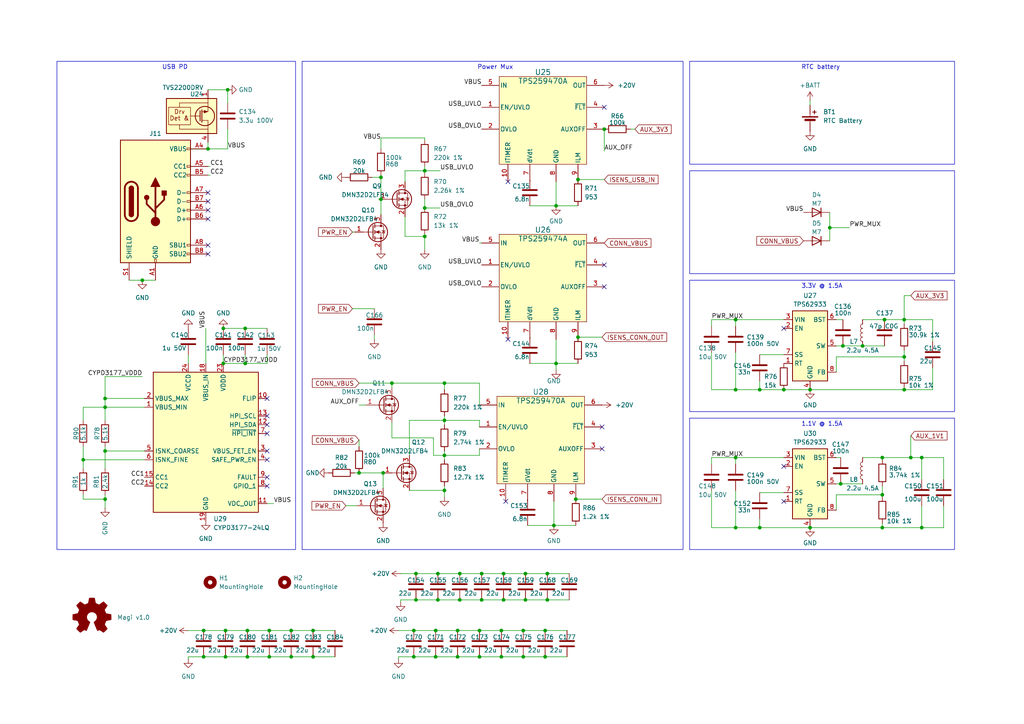
<source format=kicad_sch>
(kicad_sch (version 20231120) (generator "eeschema") (generator_version "8.0")
  (paper "A4")
  (junction (at 234.95 153.035))
  (junction (at 104.14 137.16))
  (junction (at 41.275 81.28))
  (junction (at 123.19 60.325))
  (junction (at 213.36 113.03))
  (junction (at 65.405 190.5))
  (junction (at 120.65 166.37))
  (junction (at 128.905 111.125))
  (junction (at 123.19 68.58))
  (junction (at 71.12 95.25))
  (junction (at 132.715 182.88))
  (junction (at 267.335 153.035))
  (junction (at 126.365 182.88))
  (junction (at 152.4 166.37))
  (junction (at 267.335 132.715))
  (junction (at 120.65 173.99))
  (junction (at 158.115 190.5))
  (junction (at 158.75 166.37))
  (junction (at 110.49 51.435))
  (junction (at 128.905 142.24))
  (junction (at 90.805 190.5))
  (junction (at 262.255 103.505))
  (junction (at 160.655 152.4))
  (junction (at 128.905 132.08))
  (junction (at 128.905 121.92))
  (junction (at 146.05 173.99))
  (junction (at 220.345 153.035))
  (junction (at 132.715 190.5))
  (junction (at 145.415 190.5))
  (junction (at 146.05 166.37))
  (junction (at 71.755 190.5))
  (junction (at 126.365 190.5))
  (junction (at 256.54 92.71))
  (junction (at 30.48 130.81))
  (junction (at 133.35 173.99))
  (junction (at 139.065 182.88))
  (junction (at 120.015 182.88))
  (junction (at 90.805 182.88))
  (junction (at 71.12 105.41))
  (junction (at 139.065 190.5))
  (junction (at 234.95 113.03))
  (junction (at 78.105 190.5))
  (junction (at 167.64 52.07))
  (junction (at 30.48 144.78))
  (junction (at 111.125 137.16))
  (junction (at 213.36 153.035))
  (junction (at 255.905 153.035))
  (junction (at 158.115 182.88))
  (junction (at 243.84 140.335))
  (junction (at 151.765 190.5))
  (junction (at 84.455 190.5))
  (junction (at 64.77 95.25))
  (junction (at 158.75 173.99))
  (junction (at 213.36 92.71))
  (junction (at 64.77 105.41))
  (junction (at 264.16 132.715))
  (junction (at 227.33 113.03))
  (junction (at 60.325 43.18))
  (junction (at 167.64 97.79))
  (junction (at 127 166.37))
  (junction (at 213.36 132.715))
  (junction (at 255.905 132.715))
  (junction (at 262.255 92.71))
  (junction (at 84.455 182.88))
  (junction (at 139.7 173.99))
  (junction (at 175.26 37.465))
  (junction (at 133.35 166.37))
  (junction (at 240.665 66.04))
  (junction (at 123.19 49.53))
  (junction (at 59.055 190.5))
  (junction (at 30.48 118.11))
  (junction (at 220.345 113.03))
  (junction (at 59.055 182.88))
  (junction (at 145.415 182.88))
  (junction (at 152.4 173.99))
  (junction (at 250.19 100.33))
  (junction (at 78.105 182.88))
  (junction (at 71.755 182.88))
  (junction (at 127 173.99))
  (junction (at 161.29 59.69))
  (junction (at 30.48 115.57))
  (junction (at 113.665 111.125))
  (junction (at 110.49 57.785))
  (junction (at 65.405 182.88))
  (junction (at 167.005 144.78))
  (junction (at 161.29 105.41))
  (junction (at 255.905 143.51))
  (junction (at 244.475 100.33))
  (junction (at 66.04 26.035))
  (junction (at 139.7 166.37))
  (junction (at 151.765 182.88))
  (junction (at 24.13 133.35))
  (junction (at 120.015 190.5))
  (junction (at 262.255 113.03))
  (no_connect (at 77.47 125.73))
  (no_connect (at 77.47 130.81))
  (no_connect (at 60.325 63.5))
  (no_connect (at 227.33 145.415))
  (no_connect (at 147.32 98.425))
  (no_connect (at 77.47 115.57))
  (no_connect (at 175.26 76.835))
  (no_connect (at 147.32 52.705))
  (no_connect (at 77.47 140.97))
  (no_connect (at 227.33 135.255))
  (no_connect (at 175.26 31.115))
  (no_connect (at 60.325 58.42))
  (no_connect (at 175.26 83.185))
  (no_connect (at 60.325 71.12))
  (no_connect (at 146.685 145.415))
  (no_connect (at 77.47 123.19))
  (no_connect (at 60.325 55.88))
  (no_connect (at 77.47 138.43))
  (no_connect (at 60.325 73.66))
  (no_connect (at 77.47 133.35))
  (no_connect (at 174.625 123.825))
  (no_connect (at 60.325 60.96))
  (no_connect (at 227.33 95.25))
  (no_connect (at 174.625 130.175))
  (no_connect (at 77.47 120.65))
  (wire (pts (xy 127 173.99) (xy 133.35 173.99)))
  (wire (pts (xy 59.69 95.25) (xy 59.69 105.41)))
  (wire (pts (xy 167.64 52.07) (xy 167.64 52.705)))
  (wire (pts (xy 66.04 26.035) (xy 66.04 29.845)))
  (wire (pts (xy 30.48 118.11) (xy 30.48 121.92)))
  (wire (pts (xy 90.805 190.5) (xy 97.155 190.5)))
  (wire (pts (xy 153.67 59.69) (xy 161.29 59.69)))
  (wire (pts (xy 128.905 140.97) (xy 128.905 142.24)))
  (wire (pts (xy 213.36 113.03) (xy 220.345 113.03)))
  (wire (pts (xy 151.765 190.5) (xy 158.115 190.5)))
  (wire (pts (xy 84.455 182.88) (xy 90.805 182.88)))
  (wire (pts (xy 139.7 173.99) (xy 146.05 173.99)))
  (wire (pts (xy 102.235 67.31) (xy 102.87 67.31)))
  (wire (pts (xy 128.905 121.92) (xy 139.065 121.92)))
  (wire (pts (xy 55.245 43.18) (xy 60.325 43.18)))
  (wire (pts (xy 128.905 121.92) (xy 128.905 123.19)))
  (wire (pts (xy 123.19 72.39) (xy 123.19 68.58)))
  (wire (pts (xy 264.16 126.365) (xy 264.16 132.715)))
  (wire (pts (xy 116.205 166.37) (xy 120.65 166.37)))
  (wire (pts (xy 244.475 100.33) (xy 250.19 100.33)))
  (wire (pts (xy 152.4 166.37) (xy 158.75 166.37)))
  (wire (pts (xy 104.14 127.635) (xy 104.14 129.54)))
  (wire (pts (xy 123.19 67.945) (xy 123.19 68.58)))
  (wire (pts (xy 240.665 66.04) (xy 240.665 69.85)))
  (wire (pts (xy 161.29 105.41) (xy 167.64 105.41)))
  (wire (pts (xy 128.905 132.08) (xy 128.905 133.35)))
  (wire (pts (xy 220.345 102.87) (xy 227.33 102.87)))
  (wire (pts (xy 256.54 92.71) (xy 262.255 92.71)))
  (wire (pts (xy 227.33 113.03) (xy 234.95 113.03)))
  (wire (pts (xy 262.255 103.505) (xy 262.255 101.6)))
  (wire (pts (xy 139.065 117.475) (xy 139.065 111.125)))
  (wire (pts (xy 104.14 137.16) (xy 111.125 137.16)))
  (wire (pts (xy 24.13 133.35) (xy 24.13 135.89)))
  (wire (pts (xy 60.325 43.18) (xy 66.04 43.18)))
  (wire (pts (xy 139.065 182.88) (xy 145.415 182.88)))
  (wire (pts (xy 65.405 182.88) (xy 71.755 182.88)))
  (wire (pts (xy 242.57 103.505) (xy 262.255 103.505)))
  (wire (pts (xy 158.75 166.37) (xy 165.1 166.37)))
  (wire (pts (xy 206.375 153.035) (xy 213.36 153.035)))
  (wire (pts (xy 153.67 105.41) (xy 161.29 105.41)))
  (wire (pts (xy 71.755 190.5) (xy 78.105 190.5)))
  (wire (pts (xy 30.48 109.22) (xy 41.275 109.22)))
  (wire (pts (xy 270.51 99.06) (xy 270.51 92.71)))
  (wire (pts (xy 250.19 100.33) (xy 256.54 100.33)))
  (wire (pts (xy 77.47 102.87) (xy 77.47 105.41)))
  (wire (pts (xy 108.585 89.535) (xy 102.235 89.535)))
  (wire (pts (xy 160.655 145.415) (xy 160.655 152.4)))
  (wire (pts (xy 139.7 166.37) (xy 146.05 166.37)))
  (wire (pts (xy 255.905 133.35) (xy 255.905 132.715)))
  (wire (pts (xy 213.36 132.715) (xy 206.375 132.715)))
  (wire (pts (xy 220.345 113.03) (xy 227.33 113.03)))
  (wire (pts (xy 220.345 142.875) (xy 227.33 142.875)))
  (wire (pts (xy 234.95 153.035) (xy 255.905 153.035)))
  (wire (pts (xy 104.14 111.125) (xy 113.665 111.125)))
  (wire (pts (xy 240.665 66.04) (xy 246.38 66.04)))
  (wire (pts (xy 267.335 139.065) (xy 267.335 132.715)))
  (wire (pts (xy 110.49 40.005) (xy 110.49 43.18)))
  (wire (pts (xy 30.48 144.78) (xy 30.48 147.32)))
  (wire (pts (xy 113.665 111.125) (xy 128.905 111.125)))
  (wire (pts (xy 60.325 26.035) (xy 66.04 26.035)))
  (wire (pts (xy 146.05 173.99) (xy 152.4 173.99)))
  (wire (pts (xy 111.125 137.16) (xy 111.125 141.605)))
  (wire (pts (xy 273.685 153.035) (xy 267.335 153.035)))
  (wire (pts (xy 24.13 144.78) (xy 30.48 144.78)))
  (wire (pts (xy 117.475 62.865) (xy 117.475 68.58)))
  (wire (pts (xy 60.96 48.26) (xy 60.325 48.26)))
  (wire (pts (xy 242.57 100.33) (xy 244.475 100.33)))
  (wire (pts (xy 158.75 173.99) (xy 165.1 173.99)))
  (wire (pts (xy 158.115 190.5) (xy 164.465 190.5)))
  (wire (pts (xy 270.51 113.03) (xy 262.255 113.03)))
  (wire (pts (xy 242.57 143.51) (xy 255.905 143.51)))
  (wire (pts (xy 132.715 190.5) (xy 139.065 190.5)))
  (wire (pts (xy 90.805 182.88) (xy 97.155 182.88)))
  (wire (pts (xy 78.105 182.88) (xy 84.455 182.88)))
  (wire (pts (xy 213.36 102.235) (xy 213.36 113.03)))
  (wire (pts (xy 118.745 121.92) (xy 118.745 132.08)))
  (wire (pts (xy 206.375 92.71) (xy 206.375 94.615)))
  (wire (pts (xy 161.29 59.69) (xy 167.64 59.69)))
  (wire (pts (xy 71.12 102.87) (xy 71.12 105.41)))
  (wire (pts (xy 167.005 144.78) (xy 167.005 145.415)))
  (wire (pts (xy 65.405 190.5) (xy 71.755 190.5)))
  (wire (pts (xy 123.19 49.53) (xy 127.635 49.53)))
  (wire (pts (xy 161.29 105.41) (xy 161.29 107.315)))
  (wire (pts (xy 220.345 110.49) (xy 220.345 113.03)))
  (wire (pts (xy 128.905 111.125) (xy 139.065 111.125)))
  (wire (pts (xy 145.415 182.88) (xy 151.765 182.88)))
  (wire (pts (xy 273.685 132.715) (xy 267.335 132.715)))
  (wire (pts (xy 213.36 92.71) (xy 227.33 92.71)))
  (wire (pts (xy 250.19 132.715) (xy 255.905 132.715)))
  (wire (pts (xy 273.685 146.685) (xy 273.685 153.035)))
  (wire (pts (xy 175.26 37.465) (xy 175.26 43.815)))
  (wire (pts (xy 118.745 142.24) (xy 128.905 142.24)))
  (wire (pts (xy 54.61 182.88) (xy 59.055 182.88)))
  (wire (pts (xy 262.255 104.775) (xy 262.255 103.505)))
  (wire (pts (xy 66.04 37.465) (xy 66.04 43.18)))
  (wire (pts (xy 30.48 129.54) (xy 30.48 130.81)))
  (wire (pts (xy 24.13 133.35) (xy 41.91 133.35)))
  (wire (pts (xy 71.12 105.41) (xy 64.77 105.41)))
  (wire (pts (xy 64.77 102.87) (xy 64.77 105.41)))
  (wire (pts (xy 167.64 97.79) (xy 174.625 97.79)))
  (wire (pts (xy 64.77 95.25) (xy 71.12 95.25)))
  (wire (pts (xy 77.47 105.41) (xy 71.12 105.41)))
  (wire (pts (xy 79.375 146.05) (xy 77.47 146.05)))
  (wire (pts (xy 206.375 113.03) (xy 213.36 113.03)))
  (wire (pts (xy 30.48 143.51) (xy 30.48 144.78)))
  (wire (pts (xy 120.65 173.99) (xy 127 173.99)))
  (wire (pts (xy 206.375 102.235) (xy 206.375 113.03)))
  (wire (pts (xy 139.065 123.825) (xy 139.065 121.92)))
  (wire (pts (xy 270.51 92.71) (xy 262.255 92.71)))
  (wire (pts (xy 128.905 130.81) (xy 128.905 132.08)))
  (wire (pts (xy 115.57 190.5) (xy 120.015 190.5)))
  (wire (pts (xy 71.755 182.88) (xy 78.105 182.88)))
  (wire (pts (xy 30.48 130.81) (xy 41.91 130.81)))
  (wire (pts (xy 108.585 97.155) (xy 108.585 98.425)))
  (wire (pts (xy 262.255 113.03) (xy 262.255 112.395)))
  (wire (pts (xy 54.61 190.5) (xy 59.055 190.5)))
  (wire (pts (xy 151.765 182.88) (xy 158.115 182.88)))
  (wire (pts (xy 123.19 48.26) (xy 123.19 49.53)))
  (wire (pts (xy 153.67 97.79) (xy 153.67 98.425)))
  (wire (pts (xy 213.36 92.71) (xy 213.36 94.615)))
  (wire (pts (xy 139.065 130.175) (xy 139.065 132.08)))
  (wire (pts (xy 115.57 182.88) (xy 120.015 182.88)))
  (wire (pts (xy 264.16 85.725) (xy 262.255 85.725)))
  (wire (pts (xy 240.665 61.595) (xy 240.665 66.04)))
  (wire (pts (xy 60.96 50.8) (xy 60.325 50.8)))
  (wire (pts (xy 145.415 190.5) (xy 151.765 190.5)))
  (wire (pts (xy 120.015 182.88) (xy 126.365 182.88)))
  (wire (pts (xy 242.57 107.95) (xy 242.57 103.505)))
  (wire (pts (xy 128.905 120.65) (xy 128.905 121.92)))
  (wire (pts (xy 264.16 132.715) (xy 255.905 132.715)))
  (wire (pts (xy 30.48 135.89) (xy 30.48 130.81)))
  (wire (pts (xy 54.61 105.41) (xy 54.61 102.87)))
  (wire (pts (xy 104.14 117.475) (xy 106.045 117.475)))
  (wire (pts (xy 127 166.37) (xy 133.35 166.37)))
  (wire (pts (xy 102.87 137.16) (xy 104.14 137.16)))
  (wire (pts (xy 167.64 52.07) (xy 175.26 52.07)))
  (wire (pts (xy 123.19 57.785) (xy 123.19 60.325)))
  (wire (pts (xy 117.475 52.705) (xy 117.475 49.53)))
  (wire (pts (xy 243.84 140.335) (xy 250.19 140.335)))
  (wire (pts (xy 78.105 190.5) (xy 84.455 190.5)))
  (wire (pts (xy 30.48 115.57) (xy 41.91 115.57)))
  (wire (pts (xy 262.255 85.725) (xy 262.255 92.71)))
  (wire (pts (xy 234.95 29.21) (xy 234.95 30.48)))
  (wire (pts (xy 139.065 70.485) (xy 139.7 70.485)))
  (wire (pts (xy 41.275 81.28) (xy 37.465 81.28)))
  (wire (pts (xy 133.35 166.37) (xy 139.7 166.37)))
  (wire (pts (xy 113.665 127) (xy 125.73 127)))
  (wire (pts (xy 24.13 118.11) (xy 30.48 118.11)))
  (wire (pts (xy 153.035 144.78) (xy 153.035 145.415)))
  (wire (pts (xy 220.345 153.035) (xy 234.95 153.035)))
  (wire (pts (xy 158.115 182.88) (xy 164.465 182.88)))
  (wire (pts (xy 117.475 68.58) (xy 123.19 68.58)))
  (wire (pts (xy 59.055 190.5) (xy 65.405 190.5)))
  (wire (pts (xy 59.055 182.88) (xy 65.405 182.88)))
  (wire (pts (xy 206.375 142.24) (xy 206.375 153.035)))
  (wire (pts (xy 152.4 173.99) (xy 158.75 173.99)))
  (wire (pts (xy 213.36 132.715) (xy 213.36 134.62)))
  (wire (pts (xy 206.375 132.715) (xy 206.375 134.62)))
  (wire (pts (xy 213.36 142.24) (xy 213.36 153.035)))
  (wire (pts (xy 242.57 147.955) (xy 242.57 143.51)))
  (wire (pts (xy 100.33 146.685) (xy 103.505 146.685)))
  (wire (pts (xy 133.35 173.99) (xy 139.7 173.99)))
  (wire (pts (xy 126.365 182.88) (xy 132.715 182.88)))
  (wire (pts (xy 139.065 190.5) (xy 145.415 190.5)))
  (wire (pts (xy 220.345 150.495) (xy 220.345 153.035)))
  (wire (pts (xy 54.61 190.5) (xy 54.61 191.135)))
  (wire (pts (xy 115.57 190.5) (xy 115.57 191.135)))
  (wire (pts (xy 267.335 132.715) (xy 264.16 132.715)))
  (wire (pts (xy 41.275 81.28) (xy 45.085 81.28)))
  (wire (pts (xy 242.57 132.715) (xy 243.84 132.715)))
  (wire (pts (xy 117.475 49.53) (xy 123.19 49.53)))
  (wire (pts (xy 123.19 40.005) (xy 123.19 40.64)))
  (wire (pts (xy 116.205 173.99) (xy 120.65 173.99)))
  (wire (pts (xy 255.905 143.51) (xy 255.905 140.97)))
  (wire (pts (xy 234.95 113.03) (xy 262.255 113.03)))
  (wire (pts (xy 128.905 142.24) (xy 128.905 144.145)))
  (wire (pts (xy 167.64 97.79) (xy 167.64 98.425)))
  (wire (pts (xy 213.36 132.715) (xy 227.33 132.715)))
  (wire (pts (xy 120.65 166.37) (xy 127 166.37)))
  (wire (pts (xy 120.015 190.5) (xy 126.365 190.5)))
  (wire (pts (xy 24.13 121.92) (xy 24.13 118.11)))
  (wire (pts (xy 125.73 132.08) (xy 128.905 132.08)))
  (wire (pts (xy 30.48 115.57) (xy 30.48 118.11)))
  (wire (pts (xy 77.47 95.25) (xy 71.12 95.25)))
  (wire (pts (xy 255.905 153.035) (xy 255.905 151.765)))
  (wire (pts (xy 267.335 153.035) (xy 255.905 153.035)))
  (wire (pts (xy 267.335 146.685) (xy 267.335 153.035)))
  (wire (pts (xy 146.05 166.37) (xy 152.4 166.37)))
  (wire (pts (xy 126.365 190.5) (xy 132.715 190.5)))
  (wire (pts (xy 262.255 93.98) (xy 262.255 92.71)))
  (wire (pts (xy 242.57 140.335) (xy 243.84 140.335)))
  (wire (pts (xy 60.325 41.275) (xy 60.325 43.18)))
  (wire (pts (xy 107.95 51.435) (xy 110.49 51.435)))
  (wire (pts (xy 213.36 92.71) (xy 206.375 92.71)))
  (wire (pts (xy 132.715 182.88) (xy 139.065 182.88)))
  (wire (pts (xy 161.29 52.705) (xy 161.29 59.69)))
  (wire (pts (xy 113.665 112.395) (xy 113.665 111.125)))
  (wire (pts (xy 128.905 111.125) (xy 128.905 113.03)))
  (wire (pts (xy 84.455 190.5) (xy 90.805 190.5)))
  (wire (pts (xy 116.205 173.99) (xy 116.205 174.625)))
  (wire (pts (xy 110.49 51.435) (xy 110.49 57.785)))
  (wire (pts (xy 118.745 121.92) (xy 128.905 121.92)))
  (wire (pts (xy 123.19 49.53) (xy 123.19 50.165)))
  (wire (pts (xy 24.13 129.54) (xy 24.13 133.35)))
  (wire (pts (xy 128.905 132.08) (xy 139.065 132.08)))
  (wire (pts (xy 184.15 37.465) (xy 182.88 37.465)))
  (wire (pts (xy 110.49 40.005) (xy 123.19 40.005)))
  (wire (pts (xy 30.48 109.22) (xy 30.48 115.57)))
  (wire (pts (xy 273.685 139.065) (xy 273.685 132.715)))
  (wire (pts (xy 270.51 106.68) (xy 270.51 113.03)))
  (wire (pts (xy 250.19 92.71) (xy 256.54 92.71)))
  (wire (pts (xy 153.035 152.4) (xy 160.655 152.4)))
  (wire (pts (xy 110.49 50.8) (xy 110.49 51.435)))
  (wire (pts (xy 167.005 144.78) (xy 174.625 144.78)))
  (wire (pts (xy 125.73 127) (xy 125.73 132.08)))
  (wire (pts (xy 123.19 60.325) (xy 127.635 60.325)))
  (wire (pts (xy 109.855 57.785) (xy 110.49 57.785)))
  (wire (pts (xy 24.13 143.51) (xy 24.13 144.78)))
  (wire (pts (xy 161.29 98.425) (xy 161.29 105.41)))
  (wire (pts (xy 113.665 122.555) (xy 113.665 127)))
  (wire (pts (xy 255.905 144.145) (xy 255.905 143.51)))
  (wire (pts (xy 153.67 52.07) (xy 153.67 52.705)))
  (wire (pts (xy 110.49 57.785) (xy 110.49 62.23)))
  (wire (pts (xy 160.655 152.4) (xy 167.005 152.4)))
  (wire (pts (xy 242.57 92.71) (xy 244.475 92.71)))
  (wire (pts (xy 30.48 118.11) (xy 41.91 118.11)))
  (wire (pts (xy 213.36 153.035) (xy 220.345 153.035)))
  (rectangle (start 200.025 17.78) (end 276.86 47.625))
  (rectangle (start 200.025 81.28) (end 276.86 119.38))
  (rectangle (start 16.51 17.78) (end 85.725 159.385))
  (rectangle (start 87.63 17.78) (end 198.12 159.385))
  (rectangle (start 200.025 121.285) (end 276.86 159.385))
  (rectangle (start 200.025 49.53) (end 276.86 79.375))
  (text "Power Mux" (at 138.43 20.32 0) (effects (font (size 1.27 1.27)) (justify left bottom)))
  (text "3.3V @ 1.5A" (at 232.41 83.82 0) (effects (font (size 1.27 1.27)) (justify left bottom)))
  (text "RTC battery" (at 232.41 20.32 0) (effects (font (size 1.27 1.27)) (justify left bottom)))
  (text "1.1V @ 1.5A" (at 232.41 123.825 0) (effects (font (size 1.27 1.27)) (justify left bottom)))
  (text "USB PD" (at 46.99 20.32 0) (effects (font (size 1.27 1.27)) (justify left bottom)))
  (label "PWR_MUX" (at 246.38 66.04 0))
  (label "CC2" (at 41.91 140.97 180))
  (label "VBUS" (at 79.375 146.05 0))
  (label "PWR_MUX" (at 206.375 132.715 0))
  (label "CYPD3177_VDDD" (at 64.77 105.41 0))
  (label "USB_OVLO" (at 127.635 60.325 0))
  (label "VBUS" (at 59.69 95.25 90))
  (label "USB_UVLO" (at 139.7 76.835 180))
  (label "USB_UVLO" (at 139.7 31.115 180))
  (label "AUX_OFF" (at 175.26 43.815 0))
  (label "VBUS" (at 139.065 70.485 180))
  (label "AUX_OFF" (at 104.14 117.475 180))
  (label "VBUS" (at 139.7 24.765 180))
  (label "PWR_MUX" (at 206.375 92.71 0))
  (label "CYPD3177_VDDD" (at 41.275 109.22 180))
  (label "VBUS" (at 66.04 43.18 0))
  (label "CC1" (at 60.96 48.26 0))
  (label "CC1" (at 41.91 138.43 180))
  (label "CC2" (at 60.96 50.8 0))
  (label "VBUS" (at 233.045 61.595 180))
  (label "VBUS" (at 110.49 40.64 180))
  (label "USB_OVLO" (at 139.7 83.185 180))
  (label "USB_UVLO" (at 127.635 49.53 0))
  (label "USB_OVLO" (at 139.7 37.465 180))
  (global_label "PWR_EN" (shape input) (at 102.235 67.31 180) (property "Intersheetrefs" "${INTERSHEET_REFS}" (effects (hide yes))))
  (global_label "ISENS_CONN_OUT" (shape input) (at 174.625 97.79 0) (property "Intersheetrefs" "${INTERSHEET_REFS}" (effects (hide yes))))
  (global_label "AUX_3V3" (shape input) (at 184.15 37.465 0) (property "Intersheetrefs" "${INTERSHEET_REFS}" (effects (hide yes))))
  (global_label "PWR_EN" (shape input) (at 102.235 89.535 180) (property "Intersheetrefs" "${INTERSHEET_REFS}" (effects (hide yes))))
  (global_label "CONN_VBUS" (shape input) (at 233.045 69.85 180) (property "Intersheetrefs" "${INTERSHEET_REFS}" (effects (hide yes))))
  (global_label "CONN_VBUS" (shape input) (at 175.26 70.485 0) (property "Intersheetrefs" "${INTERSHEET_REFS}" (effects (hide yes))))
  (global_label "ISENS_USB_IN" (shape input) (at 175.26 52.07 0) (property "Intersheetrefs" "${INTERSHEET_REFS}" (effects (hide yes))))
  (global_label "CONN_VBUS" (shape input) (at 104.14 127.635 180) (property "Intersheetrefs" "${INTERSHEET_REFS}" (effects (hide yes))))
  (global_label "AUX_3V3" (shape input) (at 264.16 85.725 0) (property "Intersheetrefs" "${INTERSHEET_REFS}" (effects (hide yes))))
  (global_label "ISENS_CONN_IN" (shape input) (at 174.625 144.78 0) (property "Intersheetrefs" "${INTERSHEET_REFS}" (effects (hide yes))))
  (global_label "CONN_VBUS" (shape input) (at 104.14 111.125 180) (property "Intersheetrefs" "${INTERSHEET_REFS}" (effects (hide yes))))
  (global_label "PWR_EN" (shape input) (at 100.33 146.685 180) (property "Intersheetrefs" "${INTERSHEET_REFS}" (effects (hide yes))))
  (global_label "AUX_1V1" (shape input) (at 264.16 126.365 0) (property "Intersheetrefs" "${INTERSHEET_REFS}" (effects (hide yes))))
  (symbol (lib_id "Device:C") (at 59.055 186.69 0) (unit 1)
    (property "Reference" "C178" (at 56.515 184.785 0) (effects (justify left)))
    (property "Value" "22u" (at 53.975 188.595 0) (effects (justify left)))
    (property "Footprint" "Capacitor_SMD:C_0805_2012Metric" (effects (hide yes)))
    (property "Manufacturer" "Samsung" (effects (hide yes)))
    (property "MPN" "CL21A226MAQNNNE" (effects (hide yes)))
    (property "LCSC" "C45783" (effects (hide yes)))
  )
  (symbol (lib_id "power:GND") (at 116.205 174.625 0) (unit 1)
    (property "Reference" "#PWR0130" (effects (hide yes)))
    (property "Value" "GND" (at 116.205 179.705 0))
  )
  (symbol (lib_id "power:GND") (at 54.61 95.25 180) (unit 1)
    (property "Reference" "#PWR0117" (effects (hide yes)))
    (property "Value" "GND" (at 54.61 90.805 0))
  )
  (symbol (lib_id "Device:R") (at 255.905 147.955 0) (unit 1)
    (property "Reference" "R85" (at 257.175 149.225 0) (effects (justify left)))
    (property "Value" "10k 1%" (at 257.175 151.13 0) (effects (justify left)))
    (property "Footprint" "Resistor_SMD:R_0402_1005Metric" (effects (hide yes)))
    (property "Manufacturer" "Uniroyal" (effects (hide yes)))
    (property "MPN" "0402WGF1002TCE" (effects (hide yes)))
    (property "LCSC" "C25744" (effects (hide yes)))
  )
  (symbol (lib_id "power:GND") (at 234.95 113.03 0) (unit 1)
    (property "Reference" "#PWR0120" (effects (hide yes)))
    (property "Value" "GND" (at 234.95 117.475 0))
  )
  (symbol (lib_id "Device:R") (at 123.19 44.45 0) (unit 1)
    (property "Reference" "R67" (at 125.73 43.18 0) (effects (justify left)))
    (property "Value" "220k 1%" (at 125.73 45.72 0) (effects (justify left)))
    (property "Footprint" "Resistor_SMD:R_0402_1005Metric" (effects (hide yes)))
    (property "Manufacturer" "Uniroyal" (effects (hide yes)))
    (property "MPN" "0402WGF2203TCE" (effects (hide yes)))
    (property "LCSC" "C25767" (effects (hide yes)))
  )
  (symbol (lib_id "Device:C") (at 64.77 99.06 0) (unit 1)
    (property "Reference" "C141" (at 62.23 97.155 0) (effects (justify left)))
    (property "Value" "100n" (at 59.69 100.965 0) (effects (justify left)))
    (property "Footprint" "Capacitor_SMD:C_0402_1005Metric" (effects (hide yes)))
    (property "Manufacturer" "Samsung" (effects (hide yes)))
    (property "MPN" "CL05B104KB54PNC" (effects (hide yes)))
    (property "LCSC" "C307331" (effects (hide yes)))
  )
  (symbol (lib_id "power:GND") (at 108.585 98.425 0) (unit 1)
    (property "Reference" "#PWR0141" (effects (hide yes)))
    (property "Value" "GND" (at 108.585 103.505 0))
  )
  (symbol (lib_id "Device:R") (at 262.255 97.79 0) (unit 1)
    (property "Reference" "R73" (at 263.525 95.25 0) (effects (justify left)))
    (property "Value" "30.9k 1%" (at 263.525 97.155 0) (effects (justify left)))
    (property "Footprint" "Resistor_SMD:R_0402_1005Metric" (effects (hide yes)))
    (property "Manufacturer" "PANASONIC" (effects (hide yes)))
    (property "MPN" "ERJ2RKF3092X" (effects (hide yes)))
    (property "LCSC" "C416514" (effects (hide yes)))
  )
  (symbol (lib_id "power:GND") (at 123.19 72.39 0) (unit 1)
    (property "Reference" "#PWR0115" (effects (hide yes)))
    (property "Value" "GND" (at 123.19 77.47 0))
  )
  (symbol (lib_id "Device:C") (at 153.67 101.6 0) (unit 1)
    (property "Reference" "C144" (at 148.59 99.695 0) (effects (justify left)))
    (property "Value" "6.8n" (at 149.225 103.505 0) (effects (justify left)))
    (property "Footprint" "Capacitor_SMD:C_0603_1608Metric" (effects (hide yes)))
    (property "Manufacturer" "Murata" (effects (hide yes)))
    (property "MPN" "GRM1885C1H682JA01D" (effects (hide yes)))
    (property "LCSC" "C162241" (effects (hide yes)))
  )
  (symbol (lib_id "Mechanical:MountingHole") (at 82.55 168.91 0) (unit 1)
    (property "Reference" "H2" (at 85.09 167.64 0) (effects (justify left)))
    (property "Value" "MountingHole" (at 85.09 170.18 0) (effects (justify left)))
    (property "Footprint" "Magi:MOUNTING-HOLE" (effects (hide yes)))
  )
  (symbol (lib_id "Device:C") (at 158.115 186.69 0) (unit 1)
    (property "Reference" "C176" (at 155.575 184.785 0) (effects (justify left)))
    (property "Value" "22u" (at 153.035 188.595 0) (effects (justify left)))
    (property "Footprint" "Capacitor_SMD:C_0805_2012Metric" (effects (hide yes)))
    (property "Manufacturer" "Samsung" (effects (hide yes)))
    (property "MPN" "CL21A226MAQNNNE" (effects (hide yes)))
    (property "LCSC" "C45783" (effects (hide yes)))
  )
  (symbol (lib_id "Device:C") (at 270.51 102.87 0) (unit 1)
    (property "Reference" "C145" (at 267.97 100.965 0) (effects (justify left)))
    (property "Value" "22u" (at 266.7 104.775 0) (effects (justify left)))
    (property "Footprint" "Capacitor_SMD:C_0805_2012Metric" (effects (hide yes)))
    (property "Manufacturer" "Samsung" (effects (hide yes)))
    (property "MPN" "CL21A226MAQNNNE" (effects (hide yes)))
    (property "LCSC" "C45783" (effects (hide yes)))
  )
  (symbol (lib_id "Device:R") (at 104.14 133.35 180) (unit 1)
    (property "Reference" "R80" (at 107.315 133.985 0))
    (property "Value" "100k" (at 107.95 132.08 0))
    (property "Footprint" "Resistor_SMD:R_0402_1005Metric" (effects (hide yes)))
    (property "Manufacturer" "Uniroyal" (effects (hide yes)))
    (property "MPN" "0402WGF1003TCE" (effects (hide yes)))
    (property "LCSC" "C25741" (effects (hide yes)))
  )
  (symbol (lib_id "Device:C") (at 133.35 170.18 0) (unit 1)
    (property "Reference" "C156" (at 130.81 168.275 0) (effects (justify left)))
    (property "Value" "22u" (at 128.27 172.085 0) (effects (justify left)))
    (property "Footprint" "Capacitor_SMD:C_0805_2012Metric" (effects (hide yes)))
    (property "Manufacturer" "Samsung" (effects (hide yes)))
    (property "MPN" "CL21A226MAQNNNE" (effects (hide yes)))
    (property "LCSC" "C45783" (effects (hide yes)))
  )
  (symbol (lib_id "Device:C") (at 77.47 99.06 0) (mirror y) (unit 1)
    (property "Reference" "C143" (at 79.756 97.282 0) (effects (justify left)))
    (property "Value" "1u 50V" (at 81.534 101.092 0) (effects (justify left)))
    (property "Footprint" "Capacitor_SMD:C_0805_2012Metric" (effects (hide yes)))
    (property "Manufacturer" "Samsung" (effects (hide yes)))
    (property "MPN" "CL21B105KBFNNNE" (effects (hide yes)))
    (property "LCSC" "C28323" (effects (hide yes)))
  )
  (symbol (lib_id "Device:R") (at 110.49 46.99 180) (unit 1)
    (property "Reference" "R68" (at 113.665 47.625 0))
    (property "Value" "100k" (at 114.3 45.72 0))
    (property "Footprint" "Resistor_SMD:R_0402_1005Metric" (effects (hide yes)))
    (property "Manufacturer" "Uniroyal" (effects (hide yes)))
    (property "MPN" "0402WGF1003TCE" (effects (hide yes)))
    (property "LCSC" "C25741" (effects (hide yes)))
  )
  (symbol (lib_id "Device:D") (at 236.855 69.85 180) (unit 1)
    (property "Reference" "D5" (at 236.855 64.77 0))
    (property "Value" "M7" (at 236.855 67.31 0))
    (property "Footprint" "Diode_SMD:D_SMA" (effects (hide yes)))
    (property "Sim.Device" "D" (effects (hide yes)))
    (property "Sim.Pins" "1=K 2=A" (effects (hide yes)))
    (property "Manufacturer" "MDD(Microdiode Semiconductor)" (effects (hide yes)))
    (property "MPN" "M7" (effects (hide yes)))
    (property "LCSC" "C95872" (effects (hide yes)))
  )
  (symbol (lib_id "power:GND") (at 30.48 147.32 0) (unit 1)
    (property "Reference" "#PWR0123" (effects (hide yes)))
    (property "Value" "GND" (at 30.48 151.13 90) (effects (justify right)))
  )
  (symbol (lib_id "Device:R") (at 167.64 55.88 0) (unit 1)
    (property "Reference" "R71" (at 169.545 54.61 0) (effects (justify left)))
    (property "Value" "953" (at 169.545 57.15 0) (effects (justify left)))
    (property "Footprint" "Resistor_SMD:R_0402_1005Metric" (effects (hide yes)))
    (property "Manufacturer" "YAGEO" (effects (hide yes)))
    (property "MPN" "AC0402FR-07953RL" (effects (hide yes)))
    (property "LCSC" "C227278" (effects (hide yes)))
  )
  (symbol (lib_id "Device:C") (at 164.465 186.69 0) (unit 1)
    (property "Reference" "C177" (at 161.925 184.785 0) (effects (justify left)))
    (property "Value" "22u" (at 159.385 188.595 0) (effects (justify left)))
    (property "Footprint" "Capacitor_SMD:C_0805_2012Metric" (effects (hide yes)))
    (property "Manufacturer" "Samsung" (effects (hide yes)))
    (property "MPN" "CL21A226MAQNNNE" (effects (hide yes)))
    (property "LCSC" "C45783" (effects (hide yes)))
  )
  (symbol (lib_id "Device:C") (at 151.765 186.69 0) (unit 1)
    (property "Reference" "C175" (at 149.225 184.785 0) (effects (justify left)))
    (property "Value" "22u" (at 146.685 188.595 0) (effects (justify left)))
    (property "Footprint" "Capacitor_SMD:C_0805_2012Metric" (effects (hide yes)))
    (property "Manufacturer" "Samsung" (effects (hide yes)))
    (property "MPN" "CL21A226MAQNNNE" (effects (hide yes)))
    (property "LCSC" "C45783" (effects (hide yes)))
  )
  (symbol (lib_id "Device:C") (at 243.84 136.525 180) (unit 1)
    (property "Reference" "C147" (at 246.38 128.905 0) (effects (justify left)))
    (property "Value" "100n" (at 246.38 130.81 0) (effects (justify left)))
    (property "Footprint" "Capacitor_SMD:C_0402_1005Metric" (effects (hide yes)))
    (property "Manufacturer" "Samsung" (effects (hide yes)))
    (property "MPN" "CL05B104KB54PNC" (effects (hide yes)))
    (property "LCSC" "C307331" (effects (hide yes)))
  )
  (symbol (lib_id "Device:C") (at 126.365 186.69 0) (unit 1)
    (property "Reference" "C171" (at 123.825 184.785 0) (effects (justify left)))
    (property "Value" "22u" (at 121.285 188.595 0) (effects (justify left)))
    (property "Footprint" "Capacitor_SMD:C_0805_2012Metric" (effects (hide yes)))
    (property "Manufacturer" "Samsung" (effects (hide yes)))
    (property "MPN" "CL21A226MAQNNNE" (effects (hide yes)))
    (property "LCSC" "C45783" (effects (hide yes)))
  )
  (symbol (lib_id "Regulator_Switching:TPS62933") (at 234.95 140.335 0) (unit 1)
    (property "Reference" "U30" (at 234.95 125.73 0))
    (property "Value" "TPS62933" (at 234.95 128.27 0))
    (property "Footprint" "Package_TO_SOT_SMD:SOT-583-8" (effects (hide yes)))
    (property "Datasheet" "https://www.ti.com/lit/ds/symlink/tps62933.pdf" (effects (hide yes)))
    (property "LCSC" "C3200405" (effects (hide yes)))
    (property "MPN" "TPS62933DRLR" (effects (hide yes)))
    (property "Manufacturer" "Texas Instruments" (effects (hide yes)))
  )
  (symbol (lib_id "Device:C") (at 213.36 138.43 0) (unit 1)
    (property "Reference" "C149" (at 216.535 137.795 0) (effects (justify left)))
    (property "Value" "100n 50V" (at 216.535 139.7 0) (effects (justify left)))
    (property "Footprint" "Capacitor_SMD:C_0402_1005Metric" (effects (hide yes)))
    (property "Manufacturer" "Samsung" (effects (hide yes)))
    (property "MPN" "CL05B104KB54PNC" (effects (hide yes)))
    (property "LCSC" "C307331" (effects (hide yes)))
  )
  (symbol (lib_id "power:GND") (at 110.49 72.39 0) (unit 1)
    (property "Reference" "#PWR0114" (effects (hide yes)))
    (property "Value" "GND" (at 110.49 77.47 0))
  )
  (symbol (lib_id "power:GND") (at 234.95 153.035 0) (unit 1)
    (property "Reference" "#PWR0128" (effects (hide yes)))
    (property "Value" "GND" (at 234.95 157.48 0))
  )
  (symbol (lib_id "power:GND") (at 64.77 95.25 180) (unit 1)
    (property "Reference" "#PWR0118" (effects (hide yes)))
    (property "Value" "GND" (at 64.77 90.805 0))
  )
  (symbol (lib_id "Device:R") (at 123.19 64.135 0) (unit 1)
    (property "Reference" "R72" (at 125.73 62.865 0) (effects (justify left)))
    (property "Value" "13k 1%" (at 125.73 65.405 0) (effects (justify left)))
    (property "Footprint" "Resistor_SMD:R_0402_1005Metric" (effects (hide yes)))
    (property "Manufacturer" "YAGEO" (effects (hide yes)))
    (property "MPN" "RC0402FR-0713KL" (effects (hide yes)))
    (property "LCSC" "C138057" (effects (hide yes)))
  )
  (symbol (lib_id "Device:R") (at 30.48 139.7 180) (unit 1)
    (property "Reference" "R81" (at 27.94 139.7 90))
    (property "Value" "2.4k" (at 30.48 139.7 90))
    (property "Footprint" "Resistor_SMD:R_0402_1005Metric" (effects (hide yes)))
    (property "Manufacturer" "Uniroyal" (effects (hide yes)))
    (property "MPN" "0402WGF2401TCE" (effects (hide yes)))
    (property "LCSC" "C25882" (effects (hide yes)))
  )
  (symbol (lib_id "Device:R") (at 30.48 125.73 180) (unit 1)
    (property "Reference" "R78" (at 28.194 125.73 90))
    (property "Value" "5.1k" (at 30.48 125.73 90))
    (property "Footprint" "Resistor_SMD:R_0402_1005Metric" (effects (hide yes)))
    (property "Manufacturer" "Uniroyal" (effects (hide yes)))
    (property "MPN" "0402WGF5101TCE" (effects (hide yes)))
    (property "LCSC" "C25905" (effects (hide yes)))
  )
  (symbol (lib_id "Device:C") (at 244.475 96.52 180) (unit 1)
    (property "Reference" "C136" (at 247.015 88.9 0) (effects (justify left)))
    (property "Value" "100n" (at 247.015 90.805 0) (effects (justify left)))
    (property "Footprint" "Capacitor_SMD:C_0402_1005Metric" (effects (hide yes)))
    (property "Manufacturer" "Samsung" (effects (hide yes)))
    (property "MPN" "CL05B104KB54PNC" (effects (hide yes)))
    (property "LCSC" "C307331" (effects (hide yes)))
  )
  (symbol (lib_id "Device:C") (at 78.105 186.69 0) (unit 1)
    (property "Reference" "C181" (at 75.565 184.785 0) (effects (justify left)))
    (property "Value" "22u" (at 73.025 188.595 0) (effects (justify left)))
    (property "Footprint" "Capacitor_SMD:C_0805_2012Metric" (effects (hide yes)))
    (property "Manufacturer" "Samsung" (effects (hide yes)))
    (property "MPN" "CL21A226MAQNNNE" (effects (hide yes)))
    (property "LCSC" "C45783" (effects (hide yes)))
  )
  (symbol (lib_id "Magi:TPS259470ARPWR") (at 157.48 80.645 0) (unit 1)
    (property "Reference" "U26" (at 157.48 66.675 0) (effects (font (size 1.524 1.524))))
    (property "Value" "TPS259474A" (at 157.48 69.215 0) (effects (font (size 1.524 1.524))))
    (property "Footprint" "Magi:RPW0010A-MFG" (effects (hide yes)))
    (property "LCSC" "C3662807" (effects (hide yes)))
    (property "MPN" "TPS259474ARPWR" (effects (hide yes)))
    (property "Manufacturer" "Texas Instruments" (effects (hide yes)))
  )
  (symbol (lib_id "Device:C") (at 146.05 170.18 0) (unit 1)
    (property "Reference" "C158" (at 143.51 168.275 0) (effects (justify left)))
    (property "Value" "22u" (at 140.97 172.085 0) (effects (justify left)))
    (property "Footprint" "Capacitor_SMD:C_0805_2012Metric" (effects (hide yes)))
    (property "Manufacturer" "Samsung" (effects (hide yes)))
    (property "MPN" "CL21A226MAQNNNE" (effects (hide yes)))
    (property "LCSC" "C45783" (effects (hide yes)))
  )
  (symbol (lib_id "Device:R") (at 128.905 137.16 0) (unit 1)
    (property "Reference" "R83" (at 131.445 135.89 0) (effects (justify left)))
    (property "Value" "12.7k 1%" (at 131.445 138.43 0) (effects (justify left)))
    (property "Footprint" "Resistor_SMD:R_0402_1005Metric" (effects (hide yes)))
    (property "Manufacturer" "YAGEO" (effects (hide yes)))
    (property "MPN" "RC0402FR-0712K7L" (effects (hide yes)))
    (property "LCSC" "C138059" (effects (hide yes)))
  )
  (symbol (lib_id "power:GND") (at 100.33 51.435 270) (unit 1)
    (property "Reference" "#PWR0112" (effects (hide yes)))
    (property "Value" "GND" (at 96.52 51.435 90) (effects (justify right)))
  )
  (symbol (lib_id "Device:R") (at 167.005 148.59 0) (unit 1)
    (property "Reference" "R86" (at 168.91 147.32 0) (effects (justify left)))
    (property "Value" "1.2k 1%" (at 168.91 149.86 0) (effects (justify left)))
    (property "Footprint" "Resistor_SMD:R_0402_1005Metric" (effects (hide yes)))
    (property "Manufacturer" "YAGEO" (effects (hide yes)))
    (property "MPN" "AC0402FR-071K2L" (effects (hide yes)))
    (property "LCSC" "C144793" (effects (hide yes)))
  )
  (symbol (lib_id "Device:C") (at 127 170.18 0) (unit 1)
    (property "Reference" "C155" (at 124.46 168.275 0) (effects (justify left)))
    (property "Value" "22u" (at 121.92 172.085 0) (effects (justify left)))
    (property "Footprint" "Capacitor_SMD:C_0805_2012Metric" (effects (hide yes)))
    (property "Manufacturer" "Samsung" (effects (hide yes)))
    (property "MPN" "CL21A226MAQNNNE" (effects (hide yes)))
    (property "LCSC" "C45783" (effects (hide yes)))
  )
  (symbol (lib_id "Device:C") (at 206.375 138.43 0) (unit 1)
    (property "Reference" "C148" (at 202.565 140.97 0) (effects (justify left)))
    (property "Value" "10u 50V" (at 202.565 143.51 0) (effects (justify left)))
    (property "Footprint" "Capacitor_SMD:C_0805_2012Metric" (effects (hide yes)))
    (property "Manufacturer" "Samsung" (effects (hide yes)))
    (property "MPN" "CL21A106KAYNNNE" (effects (hide yes)))
    (property "LCSC" "C15850" (effects (hide yes)))
  )
  (symbol (lib_id "Device:C") (at 267.335 142.875 0) (unit 1)
    (property "Reference" "C150" (at 262.255 140.97 0) (effects (justify left)))
    (property "Value" "100u" (at 262.255 144.78 0) (effects (justify left)))
    (property "Footprint" "Capacitor_SMD:C_1206_3216Metric" (effects (hide yes)))
    (property "Manufacturer" "Samsung" (effects (hide yes)))
    (property "MPN" "CL31A107MQHNNNE" (effects (hide yes)))
    (property "LCSC" "C15008" (effects (hide yes)))
  )
  (symbol (lib_id "Device:C") (at 158.75 170.18 0) (unit 1)
    (property "Reference" "C168" (at 156.21 168.275 0) (effects (justify left)))
    (property "Value" "22u" (at 153.67 172.085 0) (effects (justify left)))
    (property "Footprint" "Capacitor_SMD:C_0805_2012Metric" (effects (hide yes)))
    (property "Manufacturer" "Samsung" (effects (hide yes)))
    (property "MPN" "CL21A226MAQNNNE" (effects (hide yes)))
    (property "LCSC" "C45783" (effects (hide yes)))
  )
  (symbol (lib_id "Device:Q_NMOS_GSD") (at 116.205 137.16 0) (unit 1)
    (property "Reference" "Q12" (at 119.38 128.27 0) (effects (justify left)))
    (property "Value" "DMN32D2LFB4" (at 110.49 130.81 0) (effects (justify left)))
    (property "Footprint" "Package_DFN_QFN:Diodes_DFN1006-3" (effects (hide yes)))
    (property "Manufacturer" "Diodes" (effects (hide yes)))
    (property "MPN" "DMN32D2LFB4-7" (effects (hide yes)))
    (property "LCSC" "C151382" (effects (hide yes)))
  )
  (symbol (lib_id "Magi:TPS259470ARPWR") (at 157.48 34.925 0) (unit 1)
    (property "Reference" "U25" (at 157.48 20.955 0) (effects (font (size 1.524 1.524))))
    (property "Value" "TPS259470A" (at 157.48 23.495 0) (effects (font (size 1.524 1.524))))
    (property "Footprint" "Magi:RPW0010A-MFG" (effects (hide yes)))
    (property "LCSC" "C3662799" (effects (hide yes)))
    (property "MPN" "TPS259470ARPWR" (effects (hide yes)))
    (property "Manufacturer" "Texas Instruments" (effects (hide yes)))
  )
  (symbol (lib_id "Device:R") (at 123.19 53.975 0) (unit 1)
    (property "Reference" "R70" (at 125.73 52.705 0) (effects (justify left)))
    (property "Value" "2.26k 1%" (at 125.73 55.245 0) (effects (justify left)))
    (property "Footprint" "Resistor_SMD:R_0402_1005Metric" (effects (hide yes)))
    (property "Manufacturer" "TA-I Tech" (effects (hide yes)))
    (property "MPN" "RMS04FT2261" (effects (hide yes)))
    (property "LCSC" "C208833" (effects (hide yes)))
  )
  (symbol (lib_id "Magi:+20V") (at 174.625 117.475 270) (unit 1)
    (property "Reference" "#PWR0121" (effects (hide yes)))
    (property "Value" "+20V" (at 178.435 117.475 90) (effects (justify left)))
  )
  (symbol (lib_id "Device:C") (at 120.65 170.18 0) (unit 1)
    (property "Reference" "C154" (at 118.11 168.275 0) (effects (justify left)))
    (property "Value" "22u" (at 115.57 172.085 0) (effects (justify left)))
    (property "Footprint" "Capacitor_SMD:C_0805_2012Metric" (effects (hide yes)))
    (property "Manufacturer" "Samsung" (effects (hide yes)))
    (property "MPN" "CL21A226MAQNNNE" (effects (hide yes)))
    (property "LCSC" "C45783" (effects (hide yes)))
  )
  (symbol (lib_id "Device:R") (at 227.33 109.22 0) (unit 1)
    (property "Reference" "R76" (at 221.615 109.22 0) (effects (justify left)))
    (property "Value" "15k" (at 221.615 111.76 0) (effects (justify left)))
    (property "Footprint" "Capacitor_SMD:C_0402_1005Metric" (effects (hide yes)))
    (property "Manufacturer" "Uniroyal" (effects (hide yes)))
    (property "MPN" "0402WGF1502TCE" (effects (hide yes)))
    (property "LCSC" "C25756" (effects (hide yes)))
  )
  (symbol (lib_id "power:GND") (at 111.125 151.765 0) (unit 1)
    (property "Reference" "#PWR0125" (effects (hide yes)))
    (property "Value" "GND" (at 111.125 156.845 0))
  )
  (symbol (lib_id "Device:C") (at 108.585 93.345 0) (unit 1)
    (property "Reference" "C166" (at 106.045 91.44 0) (effects (justify left)))
    (property "Value" "100n" (at 103.505 95.25 0) (effects (justify left)))
    (property "Footprint" "Capacitor_SMD:C_0402_1005Metric" (effects (hide yes)))
    (property "Manufacturer" "Samsung" (effects (hide yes)))
    (property "MPN" "CL05B104KB54PNC" (effects (hide yes)))
    (property "LCSC" "C307331" (effects (hide yes)))
  )
  (symbol (lib_id "power:GND") (at 234.95 38.1 0) (unit 1)
    (property "Reference" "#PWR0111" (effects (hide yes)))
    (property "Value" "GND" (at 234.95 43.18 0))
  )
  (symbol (lib_id "Magi:TPS259470ARPWR") (at 156.845 127.635 0) (unit 1)
    (property "Reference" "U28" (at 156.845 113.665 0) (effects (font (size 1.524 1.524))))
    (property "Value" "TPS259470A" (at 156.845 116.205 0) (effects (font (size 1.524 1.524))))
    (property "Footprint" "Magi:RPW0010A-MFG" (effects (hide yes)))
    (property "LCSC" "C3662799" (effects (hide yes)))
    (property "MPN" "TPS259470ARPWR" (effects (hide yes)))
    (property "Manufacturer" "Texas Instruments" (effects (hide yes)))
  )
  (symbol (lib_id "Device:C") (at 145.415 186.69 0) (unit 1)
    (property "Reference" "C174" (at 142.875 184.785 0) (effects (justify left)))
    (property "Value" "22u" (at 140.335 188.595 0) (effects (justify left)))
    (property "Footprint" "Capacitor_SMD:C_0805_2012Metric" (effects (hide yes)))
    (property "Manufacturer" "Samsung" (effects (hide yes)))
    (property "MPN" "CL21A226MAQNNNE" (effects (hide yes)))
    (property "LCSC" "C45783" (effects (hide yes)))
  )
  (symbol (lib_id "power:GND") (at 54.61 191.135 0) (unit 1)
    (property "Reference" "#PWR0146" (effects (hide yes)))
    (property "Value" "GND" (at 54.61 196.215 0))
  )
  (symbol (lib_id "Magi:+20V") (at 175.26 24.765 270) (unit 1)
    (property "Reference" "#PWR0108" (effects (hide yes)))
    (property "Value" "+20V" (at 179.07 24.765 90) (effects (justify left)))
  )
  (symbol (lib_id "Device:C") (at 220.345 106.68 0) (unit 1)
    (property "Reference" "C146" (at 212.725 106.045 0) (effects (justify left)))
    (property "Value" "33n" (at 213.995 107.95 0) (effects (justify left)))
    (property "Footprint" "Capacitor_SMD:C_0603_1608Metric" (effects (hide yes)))
    (property "Manufacturer" "Samsung" (effects (hide yes)))
    (property "MPN" "CL10B333KB8NNNC" (effects (hide yes)))
    (property "LCSC" "C21117" (effects (hide yes)))
  )
  (symbol (lib_id "Device:C") (at 97.155 186.69 0) (unit 1)
    (property "Reference" "C184" (at 94.615 184.785 0) (effects (justify left)))
    (property "Value" "22u" (at 92.075 188.595 0) (effects (justify left)))
    (property "Footprint" "Capacitor_SMD:C_0805_2012Metric" (effects (hide yes)))
    (property "Manufacturer" "Samsung" (effects (hide yes)))
    (property "MPN" "CL21A226MAQNNNE" (effects (hide yes)))
    (property "LCSC" "C45783" (effects (hide yes)))
  )
  (symbol (lib_id "Device:R") (at 104.14 51.435 90) (unit 1)
    (property "Reference" "R69" (at 104.14 46.99 90))
    (property "Value" "20k" (at 104.14 49.53 90))
    (property "Footprint" "Resistor_SMD:R_0402_1005Metric" (effects (hide yes)))
    (property "Manufacturer" "Uniroyal" (effects (hide yes)))
    (property "MPN" "0402WGF2002TCE" (effects (hide yes)))
    (property "LCSC" "C25765" (effects (hide yes)))
  )
  (symbol (lib_id "Device:Q_NMOS_GSD") (at 108.585 146.685 0) (unit 1)
    (property "Reference" "Q13" (at 105.41 140.335 0) (effects (justify left)))
    (property "Value" "DMN32D2LFB4" (at 96.52 142.875 0) (effects (justify left)))
    (property "Footprint" "Package_DFN_QFN:Diodes_DFN1006-3" (effects (hide yes)))
    (property "Manufacturer" "Diodes" (effects (hide yes)))
    (property "MPN" "DMN32D2LFB4-7" (effects (hide yes)))
    (property "LCSC" "C151382" (effects (hide yes)))
  )
  (symbol (lib_id "Interface_USB:CYPD3177-24LQ") (at 59.69 128.27 0) (unit 1)
    (property "Reference" "U29" (at 61.8841 150.495 0) (effects (justify left)))
    (property "Value" "CYPD3177-24LQ" (at 61.8841 153.035 0) (effects (justify left)))
    (property "Footprint" "Package_DFN_QFN:QFN-24-1EP_4x4mm_P0.5mm_EP2.75x2.75mm" (effects (hide yes)))
    (property "Datasheet" "https://www.infineon.com/dgdl/Infineon-EZ-PD_BCR_Datasheet_USB_Type-C_Port_Controller_for_Power_Sinks-DataSheet-v03_00-EN.pdf?fileId=8ac78c8c7d0d8da4017d0ee7ce9d70ad" (effects (hide yes)))
    (property "LCSC" "C2959321" (effects (hide yes)))
    (property "MPN" "CYPD3177-24LQXQ" (effects (hide yes)))
    (property "Manufacturer" "Infineon" (effects (hide yes)))
  )
  (symbol (lib_id "Device:L") (at 250.19 96.52 180) (unit 1)
    (property "Reference" "L7" (at 247.65 99.06 0))
    (property "Value" "2.2u 4.5A" (at 250.19 101.6 0))
    (property "Footprint" "Inductor_SMD:L_Sunlord_MWSA0402S" (effects (hide yes)))
    (property "LCSC" "C408335" (effects (hide yes)))
    (property "MPN" "MWSA0402S-2R2MT" (effects (hide yes)))
    (property "Manufacturer" "Sunlord" (effects (hide yes)))
  )
  (symbol (lib_id "Device:Q_NMOS_GSD") (at 111.125 117.475 0) (unit 1)
    (property "Reference" "Q11" (at 107.95 111.125 0) (effects (justify left)))
    (property "Value" "DMN32D2LFB4" (at 99.06 113.665 0) (effects (justify left)))
    (property "Footprint" "Package_DFN_QFN:Diodes_DFN1006-3" (effects (hide yes)))
    (property "Manufacturer" "Diodes" (effects (hide yes)))
    (property "MPN" "DMN32D2LFB4-7" (effects (hide yes)))
    (property "LCSC" "C151382" (effects (hide yes)))
  )
  (symbol (lib_id "Device:C") (at 84.455 186.69 0) (unit 1)
    (property "Reference" "C182" (at 81.915 184.785 0) (effects (justify left)))
    (property "Value" "22u" (at 79.375 188.595 0) (effects (justify left)))
    (property "Footprint" "Capacitor_SMD:C_0805_2012Metric" (effects (hide yes)))
    (property "Manufacturer" "Samsung" (effects (hide yes)))
    (property "MPN" "CL21A226MAQNNNE" (effects (hide yes)))
    (property "LCSC" "C45783" (effects (hide yes)))
  )
  (symbol (lib_id "Device:R") (at 128.905 116.84 0) (unit 1)
    (property "Reference" "R77" (at 131.445 115.57 0) (effects (justify left)))
    (property "Value" "220k 1%" (at 131.445 118.11 0) (effects (justify left)))
    (property "Footprint" "Resistor_SMD:R_0402_1005Metric" (effects (hide yes)))
    (property "Manufacturer" "Uniroyal" (effects (hide yes)))
    (property "MPN" "0402WGF2203TCE" (effects (hide yes)))
    (property "LCSC" "C25767" (effects (hide yes)))
  )
  (symbol (lib_id "Device:C") (at 256.54 96.52 0) (unit 1)
    (property "Reference" "C137" (at 254 90.805 0) (effects (justify left)))
    (property "Value" "47p C0G" (at 252.095 94.615 0) (effects (justify left)))
    (property "Footprint" "Capacitor_SMD:C_0402_1005Metric" (effects (hide yes)))
    (property "Manufacturer" "Murata" (effects (hide yes)))
    (property "MPN" "GRM1555C1E470GA01D" (effects (hide yes)))
    (property "LCSC" "C437519" (effects (hide yes)))
  )
  (symbol (lib_id "Device:C") (at 71.755 186.69 0) (unit 1)
    (property "Reference" "C180" (at 69.215 184.785 0) (effects (justify left)))
    (property "Value" "22u" (at 66.675 188.595 0) (effects (justify left)))
    (property "Footprint" "Capacitor_SMD:C_0805_2012Metric" (effects (hide yes)))
    (property "Manufacturer" "Samsung" (effects (hide yes)))
    (property "MPN" "CL21A226MAQNNNE" (effects (hide yes)))
    (property "LCSC" "C45783" (effects (hide yes)))
  )
  (symbol (lib_id "Device:R") (at 24.13 139.7 0) (unit 1)
    (property "Reference" "R91" (at 21.844 139.7 90))
    (property "Value" "1k" (at 24.13 139.7 90))
    (property "Footprint" "Resistor_SMD:R_0402_1005Metric" (effects (hide yes)))
    (property "Manufacturer" "Uniroyal" (effects (hide yes)))
    (property "MPN" "0402WGF1001TCE" (effects (hide yes)))
    (property "LCSC" "C11702" (effects (hide yes)))
  )
  (symbol (lib_id "power:GND") (at 161.29 59.69 0) (unit 1)
    (property "Reference" "#PWR0113" (effects (hide yes)))
    (property "Value" "GND" (at 161.29 64.135 0))
  )
  (symbol (lib_id "Regulator_Switching:TPS62933") (at 234.95 100.33 0) (unit 1)
    (property "Reference" "U27" (at 234.95 85.725 0))
    (property "Value" "TPS62933" (at 234.95 88.265 0))
    (property "Footprint" "Package_TO_SOT_SMD:SOT-583-8" (effects (hide yes)))
    (property "Datasheet" "https://www.ti.com/lit/ds/symlink/tps62933.pdf" (effects (hide yes)))
    (property "LCSC" "C3200405" (effects (hide yes)))
    (property "MPN" "TPS62933DRLR" (effects (hide yes)))
    (property "Manufacturer" "Texas Instruments" (effects (hide yes)))
  )
  (symbol (lib_id "Device:R") (at 255.905 137.16 0) (unit 1)
    (property "Reference" "R84" (at 257.81 135.89 0) (effects (justify left)))
    (property "Value" "3.74k 1%" (at 257.81 137.795 0) (effects (justify left)))
    (property "Footprint" "Resistor_SMD:R_0402_1005Metric" (effects (hide yes)))
    (property "Manufacturer" "YAGEO" (effects (hide yes)))
    (property "MPN" "RC0402FR-073K74L" (effects (hide yes)))
    (property "LCSC" "C137989" (effects (hide yes)))
  )
  (symbol (lib_id "Device:C") (at 132.715 186.69 0) (unit 1)
    (property "Reference" "C172" (at 130.175 184.785 0) (effects (justify left)))
    (property "Value" "22u" (at 127.635 188.595 0) (effects (justify left)))
    (property "Footprint" "Capacitor_SMD:C_0805_2012Metric" (effects (hide yes)))
    (property "Manufacturer" "Samsung" (effects (hide yes)))
    (property "MPN" "CL21A226MAQNNNE" (effects (hide yes)))
    (property "LCSC" "C45783" (effects (hide yes)))
  )
  (symbol (lib_id "Device:C") (at 220.345 146.685 0) (unit 1)
    (property "Reference" "C152" (at 212.725 146.05 0) (effects (justify left)))
    (property "Value" "33n" (at 213.995 147.955 0) (effects (justify left)))
    (property "Footprint" "Capacitor_SMD:C_0603_1608Metric" (effects (hide yes)))
    (property "Manufacturer" "Samsung" (effects (hide yes)))
    (property "MPN" "CL10B333KB8NNNC" (effects (hide yes)))
    (property "LCSC" "C21117" (effects (hide yes)))
  )
  (symbol (lib_id "Device:C") (at 71.12 99.06 0) (unit 1)
    (property "Reference" "C142" (at 68.58 97.155 0) (effects (justify left)))
    (property "Value" "100n" (at 66.04 100.965 0) (effects (justify left)))
    (property "Footprint" "Capacitor_SMD:C_0402_1005Metric" (effects (hide yes)))
    (property "Manufacturer" "Samsung" (effects (hide yes)))
    (property "MPN" "CL05B104KB54PNC" (effects (hide yes)))
    (property "LCSC" "C307331" (effects (hide yes)))
  )
  (symbol (lib_id "power:GND") (at 161.29 107.315 0) (unit 1)
    (property "Reference" "#PWR0119" (effects (hide yes)))
    (property "Value" "GND" (at 160.655 110.49 0))
  )
  (symbol (lib_id "power:GND") (at 160.655 152.4 0) (unit 1)
    (property "Reference" "#PWR0127" (effects (hide yes)))
    (property "Value" "GND" (at 160.655 156.845 0))
  )
  (symbol (lib_id "Device:C") (at 153.035 148.59 0) (unit 1)
    (property "Reference" "C153" (at 147.955 146.685 0) (effects (justify left)))
    (property "Value" "6.8n" (at 148.59 150.495 0) (effects (justify left)))
    (property "Footprint" "Capacitor_SMD:C_0603_1608Metric" (effects (hide yes)))
    (property "Manufacturer" "Murata" (effects (hide yes)))
    (property "MPN" "GRM1885C1H682JA01D" (effects (hide yes)))
    (property "LCSC" "C162241" (effects (hide yes)))
  )
  (symbol (lib_id "Power_Protection:TVS2200DRV") (at 60.325 33.655 0) (mirror x) (unit 1)
    (property "Reference" "U24" (at 59.055 27.305 0) (effects (justify right)))
    (property "Value" "TVS2200DRV" (at 59.055 25.4 0) (effects (justify right)))
    (property "Footprint" "Package_SON:WSON-6-1EP_2x2mm_P0.65mm_EP1x1.6mm" (effects (hide yes)))
    (property "Datasheet" "http://www.ti.com/lit/ds/symlink/tvs2200.pdf" (effects (hide yes)))
    (property "LCSC" "C523793" (effects (hide yes)))
    (property "MPN" "TVS2200DRVR" (effects (hide yes)))
    (property "Manufacturer" "Texas Instruments" (effects (hide yes)))
  )
  (symbol (lib_id "Device:R") (at 262.255 108.585 0) (unit 1)
    (property "Reference" "R75" (at 263.525 109.855 0) (effects (justify left)))
    (property "Value" "10k 1%" (at 263.525 111.76 0) (effects (justify left)))
    (property "Footprint" "Resistor_SMD:R_0402_1005Metric" (effects (hide yes)))
    (property "Manufacturer" "Uniroyal" (effects (hide yes)))
    (property "MPN" "0402WGF1002TCE" (effects (hide yes)))
    (property "LCSC" "C25744" (effects (hide yes)))
  )
  (symbol (lib_id "Device:C") (at 66.04 33.655 0) (unit 1)
    (property "Reference" "C134" (at 69.215 32.385 0) (effects (justify left)))
    (property "Value" "3.3u 100V" (at 69.215 34.925 0) (effects (justify left)))
    (property "Footprint" "Capacitor_SMD:C_1210_3225Metric" (effects (hide yes)))
    (property "Manufacturer" "TDK" (effects (hide yes)))
    (property "MPN" "C3225X7S2A335KT000N" (effects (hide yes)))
    (property "LCSC" "C575409" (effects (hide yes)))
  )
  (symbol (lib_id "Magi:USB_C_Receptacle_USB2.0_16P") (at 45.085 58.42 0) (unit 1)
    (property "Reference" "J11" (at 45.085 38.735 0))
    (property "Value" "USB_C_Receptacle_USB2.0_16P" (effects (hide yes)))
    (property "Footprint" "Magi:USB-C-SMD_TYPEC-304J-BCP16" (effects (hide yes)))
    (property "Datasheet" "https://www.usb.org/sites/default/files/documents/usb_type-c.zip" (effects (hide yes)))
    (property "Manufacturer" "XUNPU" (effects (hide yes)))
    (property "MPN" "TYPEC-304J-BCP16" (effects (hide yes)))
    (property "LCSC" "C2835315" (effects (hide yes)))
  )
  (symbol (lib_id "Device:R") (at 99.06 137.16 90) (unit 1)
    (property "Reference" "R82" (at 99.06 132.715 90))
    (property "Value" "20k" (at 99.06 135.255 90))
    (property "Footprint" "Resistor_SMD:R_0402_1005Metric" (effects (hide yes)))
    (property "Manufacturer" "Uniroyal" (effects (hide yes)))
    (property "MPN" "0402WGF2002TCE" (effects (hide yes)))
    (property "LCSC" "C25765" (effects (hide yes)))
  )
  (symbol (lib_id "Device:Battery_Cell") (at 234.95 35.56 0) (unit 1)
    (property "Reference" "BT1" (at 238.76 32.4484 0) (effects (justify left)))
    (property "Value" "RTC Battery" (at 238.76 34.9884 0) (effects (justify left)))
    (property "Footprint" "Magi:BAT-SMD_MY-1220-03" (effects (hide yes)))
    (property "Description" "Single-cell battery" (effects (hide yes)))
    (property "LCSC" "C964818" (effects (hide yes)))
    (property "MPN" "MY-1220-03" (effects (hide yes)))
    (property "Manufacturer" "MYOUNG" (effects (hide yes)))
  )
  (symbol (lib_id "Device:C") (at 213.36 98.425 0) (unit 1)
    (property "Reference" "C139" (at 216.535 97.79 0) (effects (justify left)))
    (property "Value" "100n 50V" (at 216.535 99.695 0) (effects (justify left)))
    (property "Footprint" "Capacitor_SMD:C_0402_1005Metric" (effects (hide yes)))
    (property "Manufacturer" "Samsung" (effects (hide yes)))
    (property "MPN" "CL05B104KB54PNC" (effects (hide yes)))
    (property "LCSC" "C307331" (effects (hide yes)))
  )
  (symbol (lib_id "Device:C") (at 139.065 186.69 0) (unit 1)
    (property "Reference" "C173" (at 136.525 184.785 0) (effects (justify left)))
    (property "Value" "22u" (at 133.985 188.595 0) (effects (justify left)))
    (property "Footprint" "Capacitor_SMD:C_0805_2012Metric" (effects (hide yes)))
    (property "Manufacturer" "Samsung" (effects (hide yes)))
    (property "MPN" "CL21A226MAQNNNE" (effects (hide yes)))
    (property "LCSC" "C45783" (effects (hide yes)))
  )
  (symbol (lib_id "Magi:+20V") (at 116.205 166.37 90) (unit 1)
    (property "Reference" "#PWR0129" (effects (hide yes)))
    (property "Value" "+20V" (at 113.03 166.37 90) (effects (justify left)))
  )
  (symbol (lib_id "Device:R") (at 24.13 125.73 180) (unit 1)
    (property "Reference" "R90" (at 22.098 125.73 90))
    (property "Value" "5.1k" (at 24.13 125.73 90))
    (property "Footprint" "Resistor_SMD:R_0402_1005Metric" (effects (hide yes)))
    (property "Manufacturer" "Uniroyal" (effects (hide yes)))
    (property "MPN" "0402WGF5101TCE" (effects (hide yes)))
    (property "LCSC" "C25905" (effects (hide yes)))
  )
  (symbol (lib_id "power:GND") (at 128.905 144.145 0) (unit 1)
    (property "Reference" "#PWR0124" (effects (hide yes)))
    (property "Value" "GND" (at 128.905 149.225 0))
  )
  (symbol (lib_id "power:+BATT") (at 234.95 29.21 0) (unit 1)
    (property "Reference" "#PWR0110" (effects (hide yes)))
    (property "Value" "+BATT" (at 234.95 24.765 0))
  )
  (symbol (lib_id "Magi:+20V") (at 115.57 182.88 90) (unit 1)
    (property "Reference" "#PWR0143" (effects (hide yes)))
    (property "Value" "+20V" (at 112.395 182.88 90) (effects (justify left)))
  )
  (symbol (lib_id "power:GND") (at 59.69 151.13 0) (unit 1)
    (property "Reference" "#PWR0126" (effects (hide yes)))
    (property "Value" "GND" (at 59.69 156.21 0))
  )
  (symbol (lib_id "Device:C") (at 165.1 170.18 0) (unit 1)
    (property "Reference" "C169" (at 162.56 168.275 0) (effects (justify left)))
    (property "Value" "22u" (at 160.02 172.085 0) (effects (justify left)))
    (property "Footprint" "Capacitor_SMD:C_0805_2012Metric" (effects (hide yes)))
    (property "Manufacturer" "Samsung" (effects (hide yes)))
    (property "MPN" "CL21A226MAQNNNE" (effects (hide yes)))
    (property "LCSC" "C45783" (effects (hide yes)))
  )
  (symbol (lib_id "Device:C") (at 153.67 55.88 0) (unit 1)
    (property "Reference" "C135" (at 148.59 53.975 0) (effects (justify left)))
    (property "Value" "6.8n" (at 149.225 57.785 0) (effects (justify left)))
    (property "Footprint" "Capacitor_SMD:C_0603_1608Metric" (effects (hide yes)))
    (property "Manufacturer" "Murata" (effects (hide yes)))
    (property "MPN" "GRM1885C1H682JA01D" (effects (hide yes)))
    (property "LCSC" "C162241" (effects (hide yes)))
  )
  (symbol (lib_id "power:GND") (at 41.275 81.28 0) (unit 1)
    (property "Reference" "#PWR0116" (effects (hide yes)))
    (property "Value" "GND" (at 41.275 86.36 0))
  )
  (symbol (lib_id "power:GND") (at 66.04 26.035 90) (unit 1)
    (property "Reference" "#PWR0109" (effects (hide yes)))
    (property "Value" "GND" (at 69.215 26.035 90) (effects (justify right)))
  )
  (symbol (lib_id "Graphic:Logo_Open_Hardware_Small") (at 26.67 179.07 0) (unit 1) (exclude_from_sim yes) (in_bom no)
    (property "Reference" "SYM1" (effects (hide yes)))
    (property "Value" "Magi v1.0" (at 38.735 179.07 0))
    (property "Footprint" "Magi:NAMEPLATE" (effects (hide yes)))
  )
  (symbol (lib_id "Device:R") (at 128.905 127 0) (unit 1)
    (property "Reference" "R79" (at 131.445 125.73 0) (effects (justify left)))
    (property "Value" "2.74k 1%" (at 131.445 128.27 0) (effects (justify left)))
    (property "Footprint" "Resistor_SMD:R_0402_1005Metric" (effects (hide yes)))
    (property "Manufacturer" "YAGEO" (effects (hide yes)))
    (property "MPN" "RT0402FRE072K74L" (effects (hide yes)))
    (property "LCSC" "C705693" (effects (hide yes)))
  )
  (symbol (lib_id "Device:C") (at 120.015 186.69 0) (unit 1)
    (property "Reference" "C170" (at 117.475 184.785 0) (effects (justify left)))
    (property "Value" "22u" (at 114.935 188.595 0) (effects (justify left)))
    (property "Footprint" "Capacitor_SMD:C_0805_2012Metric" (effects (hide yes)))
    (property "Manufacturer" "Samsung" (effects (hide yes)))
    (property "MPN" "CL21A226MAQNNNE" (effects (hide yes)))
    (property "LCSC" "C45783" (effects (hide yes)))
  )
  (symbol (lib_id "Device:C") (at 273.685 142.875 0) (unit 1)
    (property "Reference" "C151" (at 268.605 140.97 0) (effects (justify left)))
    (property "Value" "100u" (at 268.605 144.78 0) (effects (justify left)))
    (property "Footprint" "Capacitor_SMD:C_1206_3216Metric" (effects (hide yes)))
    (property "Manufacturer" "Samsung" (effects (hide yes)))
    (property "MPN" "CL31A107MQHNNNE" (effects (hide yes)))
    (property "LCSC" "C15008" (effects (hide yes)))
  )
  (symbol (lib_id "Device:D") (at 236.855 61.595 180) (unit 1)
    (property "Reference" "D4" (at 236.855 56.515 0))
    (property "Value" "M7" (at 236.855 59.055 0))
    (property "Footprint" "Diode_SMD:D_SMA" (effects (hide yes)))
    (property "Sim.Device" "D" (effects (hide yes)))
    (property "Sim.Pins" "1=K 2=A" (effects (hide yes)))
    (property "Manufacturer" "MDD(Microdiode Semiconductor)" (effects (hide yes)))
    (property "MPN" "M7" (effects (hide yes)))
    (property "LCSC" "C95872" (effects (hide yes)))
  )
  (symbol (lib_id "Device:C") (at 90.805 186.69 0) (unit 1)
    (property "Reference" "C183" (at 88.265 184.785 0) (effects (justify left)))
    (property "Value" "22u" (at 85.725 188.595 0) (effects (justify left)))
    (property "Footprint" "Capacitor_SMD:C_0805_2012Metric" (effects (hide yes)))
    (property "Manufacturer" "Samsung" (effects (hide yes)))
    (property "MPN" "CL21A226MAQNNNE" (effects (hide yes)))
    (property "LCSC" "C45783" (effects (hide yes)))
  )
  (symbol (lib_id "Device:C") (at 65.405 186.69 0) (unit 1)
    (property "Reference" "C179" (at 62.865 184.785 0) (effects (justify left)))
    (property "Value" "22u" (at 60.325 188.595 0) (effects (justify left)))
    (property "Footprint" "Capacitor_SMD:C_0805_2012Metric" (effects (hide yes)))
    (property "Manufacturer" "Samsung" (effects (hide yes)))
    (property "MPN" "CL21A226MAQNNNE" (effects (hide yes)))
    (property "LCSC" "C45783" (effects (hide yes)))
  )
  (symbol (lib_id "Device:R") (at 179.07 37.465 90) (unit 1)
    (property "Reference" "R66" (at 179.07 33.655 90))
    (property "Value" "100k" (at 179.07 35.56 90))
    (property "Footprint" "Resistor_SMD:R_0402_1005Metric" (effects (hide yes)))
    (property "Manufacturer" "Uniroyal" (effects (hide yes)))
    (property "MPN" "0402WGF1003TCE" (effects (hide yes)))
    (property "LCSC" "C25741" (effects (hide yes)))
  )
  (symbol (lib_id "Device:C") (at 54.61 99.06 0) (unit 1)
    (property "Reference" "C140" (at 49.53 97.155 0) (effects (justify left)))
    (property "Value" "1u 50V" (at 46.99 100.965 0) (effects (justify left)))
    (property "Footprint" "Capacitor_SMD:C_0805_2012Metric" (effects (hide yes)))
    (property "Manufacturer" "Samsung" (effects (hide yes)))
    (property "MPN" "CL21B105KBFNNNE" (effects (hide yes)))
    (property "LCSC" "C28323" (effects (hide yes)))
  )
  (symbol (lib_id "power:GND") (at 95.25 137.16 270) (mirror x) (unit 1)
    (property "Reference" "#PWR0122" (effects (hide yes)))
    (property "Value" "GND" (at 92.71 137.16 90) (effects (justify right)))
  )
  (symbol (lib_id "Device:Q_NMOS_GSD") (at 107.95 67.31 0) (unit 1)
    (property "Reference" "Q10" (at 104.775 60.96 0) (effects (justify left)))
    (property "Value" "DMN32D2LFB4" (at 95.885 63.5 0) (effects (justify left)))
    (property "Footprint" "Package_DFN_QFN:Diodes_DFN1006-3" (effects (hide yes)))
    (property "Manufacturer" "Diodes" (effects (hide yes)))
    (property "MPN" "DMN32D2LFB4-7" (effects (hide yes)))
    (property "LCSC" "C151382" (effects (hide yes)))
  )
  (symbol (lib_id "Device:R") (at 167.64 101.6 0) (unit 1)
    (property "Reference" "R74" (at 169.545 100.33 0) (effects (justify left)))
    (property "Value" "953" (at 169.545 102.87 0) (effects (justify left)))
    (property "Footprint" "Resistor_SMD:R_0402_1005Metric" (effects (hide yes)))
    (property "Manufacturer" "YAGEO" (effects (hide yes)))
    (property "MPN" "AC0402FR-07953RL" (effects (hide yes)))
    (property "LCSC" "C227278" (effects (hide yes)))
  )
  (symbol (lib_id "Magi:+20V") (at 54.61 182.88 90) (unit 1)
    (property "Reference" "#PWR0145" (effects (hide yes)))
    (property "Value" "+20V" (at 51.435 182.88 90) (effects (justify left)))
  )
  (symbol (lib_id "Mechanical:MountingHole") (at 60.96 168.91 0) (unit 1)
    (property "Reference" "H1" (at 63.5 167.64 0) (effects (justify left)))
    (property "Value" "MountingHole" (at 63.5 170.18 0) (effects (justify left)))
    (property "Footprint" "Magi:MOUNTING-HOLE" (effects (hide yes)))
  )
  (symbol (lib_id "Device:L") (at 250.19 136.525 180) (unit 1)
    (property "Reference" "L8" (at 247.65 139.065 0))
    (property "Value" "2.2u 4.5A" (at 250.19 141.605 0))
    (property "Footprint" "Inductor_SMD:L_Sunlord_MWSA0402S" (effects (hide yes)))
    (property "LCSC" "C408335" (effects (hide yes)))
    (property "MPN" "MWSA0402S-2R2MT" (effects (hide yes)))
    (property "Manufacturer" "Sunlord" (effects (hide yes)))
  )
  (symbol (lib_id "Device:Q_NMOS_GSD") (at 114.935 57.785 0) (unit 1)
    (property "Reference" "Q9" (at 107.95 53.975 0) (effects (justify left)))
    (property "Value" "DMN32D2LFB4" (at 99.06 56.515 0) (effects (justify left)))
    (property "Footprint" "Package_DFN_QFN:Diodes_DFN1006-3" (effects (hide yes)))
    (property "Manufacturer" "Diodes" (effects (hide yes)))
    (property "MPN" "DMN32D2LFB4-7" (effects (hide yes)))
    (property "LCSC" "C151382" (effects (hide yes)))
  )
  (symbol (lib_id "Device:C") (at 152.4 170.18 0) (unit 1)
    (property "Reference" "C159" (at 149.86 168.275 0) (effects (justify left)))
    (property "Value" "22u" (at 147.32 172.085 0) (effects (justify left)))
    (property "Footprint" "Capacitor_SMD:C_0805_2012Metric" (effects (hide yes)))
    (property "Manufacturer" "Samsung" (effects (hide yes)))
    (property "MPN" "CL21A226MAQNNNE" (effects (hide yes)))
    (property "LCSC" "C45783" (effects (hide yes)))
  )
  (symbol (lib_id "power:GND") (at 115.57 191.135 0) (unit 1)
    (property "Reference" "#PWR0144" (effects (hide yes)))
    (property "Value" "GND" (at 115.57 196.215 0))
  )
  (symbol (lib_id "Device:C") (at 139.7 170.18 0) (unit 1)
    (property "Reference" "C157" (at 137.16 168.275 0) (effects (justify left)))
    (property "Value" "22u" (at 134.62 172.085 0) (effects (justify left)))
    (property "Footprint" "Capacitor_SMD:C_0805_2012Metric" (effects (hide yes)))
    (property "Manufacturer" "Samsung" (effects (hide yes)))
    (property "MPN" "CL21A226MAQNNNE" (effects (hide yes)))
    (property "LCSC" "C45783" (effects (hide yes)))
  )
  (symbol (lib_id "Device:C") (at 206.375 98.425 0) (unit 1)
    (property "Reference" "C138" (at 202.565 100.965 0) (effects (justify left)))
    (property "Value" "10u 50V" (at 202.565 103.505 0) (effects (justify left)))
    (property "Footprint" "Capacitor_SMD:C_0805_2012Metric" (effects (hide yes)))
    (property "Manufacturer" "Samsung" (effects (hide yes)))
    (property "MPN" "CL21A106KAYNNNE" (effects (hide yes)))
    (property "LCSC" "C15850" (effects (hide yes)))
  )
)
</source>
